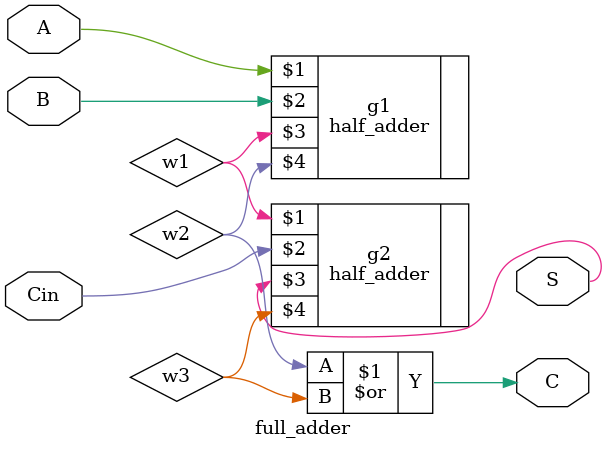
<source format=v>
`timescale 1ns / 1ps
module full_adder(
    input A,B,Cin,
    output S,C
    );
wire w1,w2,w3;

half_adder g1(A,B,w1,w2);
half_adder g2(w1,Cin,S,w3);
or g3(C,w2,w3);

endmodule

</source>
